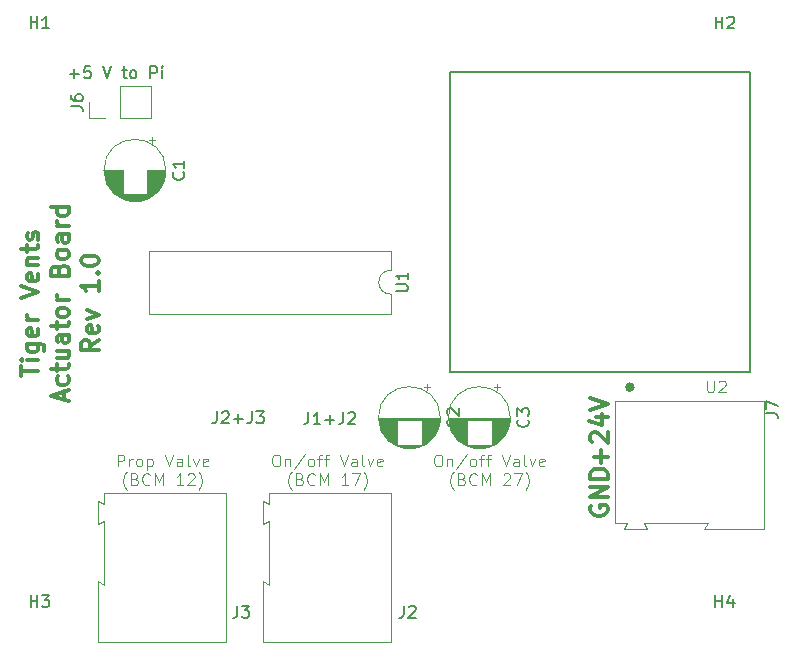
<source format=gto>
G04 #@! TF.GenerationSoftware,KiCad,Pcbnew,(5.1.6)-1*
G04 #@! TF.CreationDate,2020-08-19T12:55:17-04:00*
G04 #@! TF.ProjectId,actuators-rev2,61637475-6174-46f7-9273-2d726576322e,rev?*
G04 #@! TF.SameCoordinates,Original*
G04 #@! TF.FileFunction,Legend,Top*
G04 #@! TF.FilePolarity,Positive*
%FSLAX46Y46*%
G04 Gerber Fmt 4.6, Leading zero omitted, Abs format (unit mm)*
G04 Created by KiCad (PCBNEW (5.1.6)-1) date 2020-08-19 12:55:17*
%MOMM*%
%LPD*%
G01*
G04 APERTURE LIST*
%ADD10C,0.200000*%
%ADD11C,0.090000*%
%ADD12C,0.300000*%
%ADD13C,0.120000*%
%ADD14C,0.400000*%
%ADD15C,0.127000*%
%ADD16C,0.150000*%
%ADD17C,0.015000*%
G04 APERTURE END LIST*
D10*
X104870476Y-97369380D02*
X104870476Y-98083666D01*
X104822857Y-98226523D01*
X104727619Y-98321761D01*
X104584761Y-98369380D01*
X104489523Y-98369380D01*
X105870476Y-98369380D02*
X105299047Y-98369380D01*
X105584761Y-98369380D02*
X105584761Y-97369380D01*
X105489523Y-97512238D01*
X105394285Y-97607476D01*
X105299047Y-97655095D01*
X106299047Y-97988428D02*
X107060952Y-97988428D01*
X106680000Y-98369380D02*
X106680000Y-97607476D01*
X107822857Y-97369380D02*
X107822857Y-98083666D01*
X107775238Y-98226523D01*
X107680000Y-98321761D01*
X107537142Y-98369380D01*
X107441904Y-98369380D01*
X108251428Y-97464619D02*
X108299047Y-97417000D01*
X108394285Y-97369380D01*
X108632380Y-97369380D01*
X108727619Y-97417000D01*
X108775238Y-97464619D01*
X108822857Y-97559857D01*
X108822857Y-97655095D01*
X108775238Y-97797952D01*
X108203809Y-98369380D01*
X108822857Y-98369380D01*
X97123476Y-97305880D02*
X97123476Y-98020166D01*
X97075857Y-98163023D01*
X96980619Y-98258261D01*
X96837761Y-98305880D01*
X96742523Y-98305880D01*
X97552047Y-97401119D02*
X97599666Y-97353500D01*
X97694904Y-97305880D01*
X97933000Y-97305880D01*
X98028238Y-97353500D01*
X98075857Y-97401119D01*
X98123476Y-97496357D01*
X98123476Y-97591595D01*
X98075857Y-97734452D01*
X97504428Y-98305880D01*
X98123476Y-98305880D01*
X98552047Y-97924928D02*
X99313952Y-97924928D01*
X98933000Y-98305880D02*
X98933000Y-97543976D01*
X100075857Y-97305880D02*
X100075857Y-98020166D01*
X100028238Y-98163023D01*
X99933000Y-98258261D01*
X99790142Y-98305880D01*
X99694904Y-98305880D01*
X100456809Y-97305880D02*
X101075857Y-97305880D01*
X100742523Y-97686833D01*
X100885380Y-97686833D01*
X100980619Y-97734452D01*
X101028238Y-97782071D01*
X101075857Y-97877309D01*
X101075857Y-98115404D01*
X101028238Y-98210642D01*
X100980619Y-98258261D01*
X100885380Y-98305880D01*
X100599666Y-98305880D01*
X100504428Y-98258261D01*
X100456809Y-98210642D01*
X84677738Y-68714928D02*
X85439642Y-68714928D01*
X85058690Y-69095880D02*
X85058690Y-68333976D01*
X86392023Y-68095880D02*
X85915833Y-68095880D01*
X85868214Y-68572071D01*
X85915833Y-68524452D01*
X86011071Y-68476833D01*
X86249166Y-68476833D01*
X86344404Y-68524452D01*
X86392023Y-68572071D01*
X86439642Y-68667309D01*
X86439642Y-68905404D01*
X86392023Y-69000642D01*
X86344404Y-69048261D01*
X86249166Y-69095880D01*
X86011071Y-69095880D01*
X85915833Y-69048261D01*
X85868214Y-69000642D01*
X87487261Y-68095880D02*
X87820595Y-69095880D01*
X88153928Y-68095880D01*
X89106309Y-68429214D02*
X89487261Y-68429214D01*
X89249166Y-68095880D02*
X89249166Y-68953023D01*
X89296785Y-69048261D01*
X89392023Y-69095880D01*
X89487261Y-69095880D01*
X89963452Y-69095880D02*
X89868214Y-69048261D01*
X89820595Y-69000642D01*
X89772976Y-68905404D01*
X89772976Y-68619690D01*
X89820595Y-68524452D01*
X89868214Y-68476833D01*
X89963452Y-68429214D01*
X90106309Y-68429214D01*
X90201547Y-68476833D01*
X90249166Y-68524452D01*
X90296785Y-68619690D01*
X90296785Y-68905404D01*
X90249166Y-69000642D01*
X90201547Y-69048261D01*
X90106309Y-69095880D01*
X89963452Y-69095880D01*
X91487261Y-69095880D02*
X91487261Y-68095880D01*
X91868214Y-68095880D01*
X91963452Y-68143500D01*
X92011071Y-68191119D01*
X92058690Y-68286357D01*
X92058690Y-68429214D01*
X92011071Y-68524452D01*
X91963452Y-68572071D01*
X91868214Y-68619690D01*
X91487261Y-68619690D01*
X92487261Y-69095880D02*
X92487261Y-68429214D01*
X92487261Y-68095880D02*
X92439642Y-68143500D01*
X92487261Y-68191119D01*
X92534880Y-68143500D01*
X92487261Y-68095880D01*
X92487261Y-68191119D01*
D11*
X115776928Y-100955880D02*
X115967404Y-100955880D01*
X116062642Y-101003500D01*
X116157880Y-101098738D01*
X116205500Y-101289214D01*
X116205500Y-101622547D01*
X116157880Y-101813023D01*
X116062642Y-101908261D01*
X115967404Y-101955880D01*
X115776928Y-101955880D01*
X115681690Y-101908261D01*
X115586452Y-101813023D01*
X115538833Y-101622547D01*
X115538833Y-101289214D01*
X115586452Y-101098738D01*
X115681690Y-101003500D01*
X115776928Y-100955880D01*
X116634071Y-101289214D02*
X116634071Y-101955880D01*
X116634071Y-101384452D02*
X116681690Y-101336833D01*
X116776928Y-101289214D01*
X116919785Y-101289214D01*
X117015023Y-101336833D01*
X117062642Y-101432071D01*
X117062642Y-101955880D01*
X118253119Y-100908261D02*
X117395976Y-102193976D01*
X118729309Y-101955880D02*
X118634071Y-101908261D01*
X118586452Y-101860642D01*
X118538833Y-101765404D01*
X118538833Y-101479690D01*
X118586452Y-101384452D01*
X118634071Y-101336833D01*
X118729309Y-101289214D01*
X118872166Y-101289214D01*
X118967404Y-101336833D01*
X119015023Y-101384452D01*
X119062642Y-101479690D01*
X119062642Y-101765404D01*
X119015023Y-101860642D01*
X118967404Y-101908261D01*
X118872166Y-101955880D01*
X118729309Y-101955880D01*
X119348357Y-101289214D02*
X119729309Y-101289214D01*
X119491214Y-101955880D02*
X119491214Y-101098738D01*
X119538833Y-101003500D01*
X119634071Y-100955880D01*
X119729309Y-100955880D01*
X119919785Y-101289214D02*
X120300738Y-101289214D01*
X120062642Y-101955880D02*
X120062642Y-101098738D01*
X120110261Y-101003500D01*
X120205500Y-100955880D01*
X120300738Y-100955880D01*
X121253119Y-100955880D02*
X121586452Y-101955880D01*
X121919785Y-100955880D01*
X122681690Y-101955880D02*
X122681690Y-101432071D01*
X122634071Y-101336833D01*
X122538833Y-101289214D01*
X122348357Y-101289214D01*
X122253119Y-101336833D01*
X122681690Y-101908261D02*
X122586452Y-101955880D01*
X122348357Y-101955880D01*
X122253119Y-101908261D01*
X122205500Y-101813023D01*
X122205500Y-101717785D01*
X122253119Y-101622547D01*
X122348357Y-101574928D01*
X122586452Y-101574928D01*
X122681690Y-101527309D01*
X123300738Y-101955880D02*
X123205500Y-101908261D01*
X123157880Y-101813023D01*
X123157880Y-100955880D01*
X123586452Y-101289214D02*
X123824547Y-101955880D01*
X124062642Y-101289214D01*
X124824547Y-101908261D02*
X124729309Y-101955880D01*
X124538833Y-101955880D01*
X124443595Y-101908261D01*
X124395976Y-101813023D01*
X124395976Y-101432071D01*
X124443595Y-101336833D01*
X124538833Y-101289214D01*
X124729309Y-101289214D01*
X124824547Y-101336833D01*
X124872166Y-101432071D01*
X124872166Y-101527309D01*
X124395976Y-101622547D01*
X117157880Y-103926833D02*
X117110261Y-103879214D01*
X117015023Y-103736357D01*
X116967404Y-103641119D01*
X116919785Y-103498261D01*
X116872166Y-103260166D01*
X116872166Y-103069690D01*
X116919785Y-102831595D01*
X116967404Y-102688738D01*
X117015023Y-102593500D01*
X117110261Y-102450642D01*
X117157880Y-102403023D01*
X117872166Y-103022071D02*
X118015023Y-103069690D01*
X118062642Y-103117309D01*
X118110261Y-103212547D01*
X118110261Y-103355404D01*
X118062642Y-103450642D01*
X118015023Y-103498261D01*
X117919785Y-103545880D01*
X117538833Y-103545880D01*
X117538833Y-102545880D01*
X117872166Y-102545880D01*
X117967404Y-102593500D01*
X118015023Y-102641119D01*
X118062642Y-102736357D01*
X118062642Y-102831595D01*
X118015023Y-102926833D01*
X117967404Y-102974452D01*
X117872166Y-103022071D01*
X117538833Y-103022071D01*
X119110261Y-103450642D02*
X119062642Y-103498261D01*
X118919785Y-103545880D01*
X118824547Y-103545880D01*
X118681690Y-103498261D01*
X118586452Y-103403023D01*
X118538833Y-103307785D01*
X118491214Y-103117309D01*
X118491214Y-102974452D01*
X118538833Y-102783976D01*
X118586452Y-102688738D01*
X118681690Y-102593500D01*
X118824547Y-102545880D01*
X118919785Y-102545880D01*
X119062642Y-102593500D01*
X119110261Y-102641119D01*
X119538833Y-103545880D02*
X119538833Y-102545880D01*
X119872166Y-103260166D01*
X120205500Y-102545880D01*
X120205500Y-103545880D01*
X121395976Y-102641119D02*
X121443595Y-102593500D01*
X121538833Y-102545880D01*
X121776928Y-102545880D01*
X121872166Y-102593500D01*
X121919785Y-102641119D01*
X121967404Y-102736357D01*
X121967404Y-102831595D01*
X121919785Y-102974452D01*
X121348357Y-103545880D01*
X121967404Y-103545880D01*
X122300738Y-102545880D02*
X122967404Y-102545880D01*
X122538833Y-103545880D01*
X123253119Y-103926833D02*
X123300738Y-103879214D01*
X123395976Y-103736357D01*
X123443595Y-103641119D01*
X123491214Y-103498261D01*
X123538833Y-103260166D01*
X123538833Y-103069690D01*
X123491214Y-102831595D01*
X123443595Y-102688738D01*
X123395976Y-102593500D01*
X123300738Y-102450642D01*
X123253119Y-102403023D01*
X102060928Y-100955880D02*
X102251404Y-100955880D01*
X102346642Y-101003500D01*
X102441880Y-101098738D01*
X102489500Y-101289214D01*
X102489500Y-101622547D01*
X102441880Y-101813023D01*
X102346642Y-101908261D01*
X102251404Y-101955880D01*
X102060928Y-101955880D01*
X101965690Y-101908261D01*
X101870452Y-101813023D01*
X101822833Y-101622547D01*
X101822833Y-101289214D01*
X101870452Y-101098738D01*
X101965690Y-101003500D01*
X102060928Y-100955880D01*
X102918071Y-101289214D02*
X102918071Y-101955880D01*
X102918071Y-101384452D02*
X102965690Y-101336833D01*
X103060928Y-101289214D01*
X103203785Y-101289214D01*
X103299023Y-101336833D01*
X103346642Y-101432071D01*
X103346642Y-101955880D01*
X104537119Y-100908261D02*
X103679976Y-102193976D01*
X105013309Y-101955880D02*
X104918071Y-101908261D01*
X104870452Y-101860642D01*
X104822833Y-101765404D01*
X104822833Y-101479690D01*
X104870452Y-101384452D01*
X104918071Y-101336833D01*
X105013309Y-101289214D01*
X105156166Y-101289214D01*
X105251404Y-101336833D01*
X105299023Y-101384452D01*
X105346642Y-101479690D01*
X105346642Y-101765404D01*
X105299023Y-101860642D01*
X105251404Y-101908261D01*
X105156166Y-101955880D01*
X105013309Y-101955880D01*
X105632357Y-101289214D02*
X106013309Y-101289214D01*
X105775214Y-101955880D02*
X105775214Y-101098738D01*
X105822833Y-101003500D01*
X105918071Y-100955880D01*
X106013309Y-100955880D01*
X106203785Y-101289214D02*
X106584738Y-101289214D01*
X106346642Y-101955880D02*
X106346642Y-101098738D01*
X106394261Y-101003500D01*
X106489500Y-100955880D01*
X106584738Y-100955880D01*
X107537119Y-100955880D02*
X107870452Y-101955880D01*
X108203785Y-100955880D01*
X108965690Y-101955880D02*
X108965690Y-101432071D01*
X108918071Y-101336833D01*
X108822833Y-101289214D01*
X108632357Y-101289214D01*
X108537119Y-101336833D01*
X108965690Y-101908261D02*
X108870452Y-101955880D01*
X108632357Y-101955880D01*
X108537119Y-101908261D01*
X108489500Y-101813023D01*
X108489500Y-101717785D01*
X108537119Y-101622547D01*
X108632357Y-101574928D01*
X108870452Y-101574928D01*
X108965690Y-101527309D01*
X109584738Y-101955880D02*
X109489500Y-101908261D01*
X109441880Y-101813023D01*
X109441880Y-100955880D01*
X109870452Y-101289214D02*
X110108547Y-101955880D01*
X110346642Y-101289214D01*
X111108547Y-101908261D02*
X111013309Y-101955880D01*
X110822833Y-101955880D01*
X110727595Y-101908261D01*
X110679976Y-101813023D01*
X110679976Y-101432071D01*
X110727595Y-101336833D01*
X110822833Y-101289214D01*
X111013309Y-101289214D01*
X111108547Y-101336833D01*
X111156166Y-101432071D01*
X111156166Y-101527309D01*
X110679976Y-101622547D01*
X103441880Y-103926833D02*
X103394261Y-103879214D01*
X103299023Y-103736357D01*
X103251404Y-103641119D01*
X103203785Y-103498261D01*
X103156166Y-103260166D01*
X103156166Y-103069690D01*
X103203785Y-102831595D01*
X103251404Y-102688738D01*
X103299023Y-102593500D01*
X103394261Y-102450642D01*
X103441880Y-102403023D01*
X104156166Y-103022071D02*
X104299023Y-103069690D01*
X104346642Y-103117309D01*
X104394261Y-103212547D01*
X104394261Y-103355404D01*
X104346642Y-103450642D01*
X104299023Y-103498261D01*
X104203785Y-103545880D01*
X103822833Y-103545880D01*
X103822833Y-102545880D01*
X104156166Y-102545880D01*
X104251404Y-102593500D01*
X104299023Y-102641119D01*
X104346642Y-102736357D01*
X104346642Y-102831595D01*
X104299023Y-102926833D01*
X104251404Y-102974452D01*
X104156166Y-103022071D01*
X103822833Y-103022071D01*
X105394261Y-103450642D02*
X105346642Y-103498261D01*
X105203785Y-103545880D01*
X105108547Y-103545880D01*
X104965690Y-103498261D01*
X104870452Y-103403023D01*
X104822833Y-103307785D01*
X104775214Y-103117309D01*
X104775214Y-102974452D01*
X104822833Y-102783976D01*
X104870452Y-102688738D01*
X104965690Y-102593500D01*
X105108547Y-102545880D01*
X105203785Y-102545880D01*
X105346642Y-102593500D01*
X105394261Y-102641119D01*
X105822833Y-103545880D02*
X105822833Y-102545880D01*
X106156166Y-103260166D01*
X106489500Y-102545880D01*
X106489500Y-103545880D01*
X108251404Y-103545880D02*
X107679976Y-103545880D01*
X107965690Y-103545880D02*
X107965690Y-102545880D01*
X107870452Y-102688738D01*
X107775214Y-102783976D01*
X107679976Y-102831595D01*
X108584738Y-102545880D02*
X109251404Y-102545880D01*
X108822833Y-103545880D01*
X109537119Y-103926833D02*
X109584738Y-103879214D01*
X109679976Y-103736357D01*
X109727595Y-103641119D01*
X109775214Y-103498261D01*
X109822833Y-103260166D01*
X109822833Y-103069690D01*
X109775214Y-102831595D01*
X109727595Y-102688738D01*
X109679976Y-102593500D01*
X109584738Y-102450642D01*
X109537119Y-102403023D01*
X88709976Y-101955880D02*
X88709976Y-100955880D01*
X89090928Y-100955880D01*
X89186166Y-101003500D01*
X89233785Y-101051119D01*
X89281404Y-101146357D01*
X89281404Y-101289214D01*
X89233785Y-101384452D01*
X89186166Y-101432071D01*
X89090928Y-101479690D01*
X88709976Y-101479690D01*
X89709976Y-101955880D02*
X89709976Y-101289214D01*
X89709976Y-101479690D02*
X89757595Y-101384452D01*
X89805214Y-101336833D01*
X89900452Y-101289214D01*
X89995690Y-101289214D01*
X90471880Y-101955880D02*
X90376642Y-101908261D01*
X90329023Y-101860642D01*
X90281404Y-101765404D01*
X90281404Y-101479690D01*
X90329023Y-101384452D01*
X90376642Y-101336833D01*
X90471880Y-101289214D01*
X90614738Y-101289214D01*
X90709976Y-101336833D01*
X90757595Y-101384452D01*
X90805214Y-101479690D01*
X90805214Y-101765404D01*
X90757595Y-101860642D01*
X90709976Y-101908261D01*
X90614738Y-101955880D01*
X90471880Y-101955880D01*
X91233785Y-101289214D02*
X91233785Y-102289214D01*
X91233785Y-101336833D02*
X91329023Y-101289214D01*
X91519500Y-101289214D01*
X91614738Y-101336833D01*
X91662357Y-101384452D01*
X91709976Y-101479690D01*
X91709976Y-101765404D01*
X91662357Y-101860642D01*
X91614738Y-101908261D01*
X91519500Y-101955880D01*
X91329023Y-101955880D01*
X91233785Y-101908261D01*
X92757595Y-100955880D02*
X93090928Y-101955880D01*
X93424261Y-100955880D01*
X94186166Y-101955880D02*
X94186166Y-101432071D01*
X94138547Y-101336833D01*
X94043309Y-101289214D01*
X93852833Y-101289214D01*
X93757595Y-101336833D01*
X94186166Y-101908261D02*
X94090928Y-101955880D01*
X93852833Y-101955880D01*
X93757595Y-101908261D01*
X93709976Y-101813023D01*
X93709976Y-101717785D01*
X93757595Y-101622547D01*
X93852833Y-101574928D01*
X94090928Y-101574928D01*
X94186166Y-101527309D01*
X94805214Y-101955880D02*
X94709976Y-101908261D01*
X94662357Y-101813023D01*
X94662357Y-100955880D01*
X95090928Y-101289214D02*
X95329023Y-101955880D01*
X95567119Y-101289214D01*
X96329023Y-101908261D02*
X96233785Y-101955880D01*
X96043309Y-101955880D01*
X95948071Y-101908261D01*
X95900452Y-101813023D01*
X95900452Y-101432071D01*
X95948071Y-101336833D01*
X96043309Y-101289214D01*
X96233785Y-101289214D01*
X96329023Y-101336833D01*
X96376642Y-101432071D01*
X96376642Y-101527309D01*
X95900452Y-101622547D01*
X89471880Y-103926833D02*
X89424261Y-103879214D01*
X89329023Y-103736357D01*
X89281404Y-103641119D01*
X89233785Y-103498261D01*
X89186166Y-103260166D01*
X89186166Y-103069690D01*
X89233785Y-102831595D01*
X89281404Y-102688738D01*
X89329023Y-102593500D01*
X89424261Y-102450642D01*
X89471880Y-102403023D01*
X90186166Y-103022071D02*
X90329023Y-103069690D01*
X90376642Y-103117309D01*
X90424261Y-103212547D01*
X90424261Y-103355404D01*
X90376642Y-103450642D01*
X90329023Y-103498261D01*
X90233785Y-103545880D01*
X89852833Y-103545880D01*
X89852833Y-102545880D01*
X90186166Y-102545880D01*
X90281404Y-102593500D01*
X90329023Y-102641119D01*
X90376642Y-102736357D01*
X90376642Y-102831595D01*
X90329023Y-102926833D01*
X90281404Y-102974452D01*
X90186166Y-103022071D01*
X89852833Y-103022071D01*
X91424261Y-103450642D02*
X91376642Y-103498261D01*
X91233785Y-103545880D01*
X91138547Y-103545880D01*
X90995690Y-103498261D01*
X90900452Y-103403023D01*
X90852833Y-103307785D01*
X90805214Y-103117309D01*
X90805214Y-102974452D01*
X90852833Y-102783976D01*
X90900452Y-102688738D01*
X90995690Y-102593500D01*
X91138547Y-102545880D01*
X91233785Y-102545880D01*
X91376642Y-102593500D01*
X91424261Y-102641119D01*
X91852833Y-103545880D02*
X91852833Y-102545880D01*
X92186166Y-103260166D01*
X92519500Y-102545880D01*
X92519500Y-103545880D01*
X94281404Y-103545880D02*
X93709976Y-103545880D01*
X93995690Y-103545880D02*
X93995690Y-102545880D01*
X93900452Y-102688738D01*
X93805214Y-102783976D01*
X93709976Y-102831595D01*
X94662357Y-102641119D02*
X94709976Y-102593500D01*
X94805214Y-102545880D01*
X95043309Y-102545880D01*
X95138547Y-102593500D01*
X95186166Y-102641119D01*
X95233785Y-102736357D01*
X95233785Y-102831595D01*
X95186166Y-102974452D01*
X94614738Y-103545880D01*
X95233785Y-103545880D01*
X95567119Y-103926833D02*
X95614738Y-103879214D01*
X95709976Y-103736357D01*
X95757595Y-103641119D01*
X95805214Y-103498261D01*
X95852833Y-103260166D01*
X95852833Y-103069690D01*
X95805214Y-102831595D01*
X95757595Y-102688738D01*
X95709976Y-102593500D01*
X95614738Y-102450642D01*
X95567119Y-102403023D01*
D12*
X80512071Y-94280857D02*
X80512071Y-93423714D01*
X82012071Y-93852285D02*
X80512071Y-93852285D01*
X82012071Y-92923714D02*
X81012071Y-92923714D01*
X80512071Y-92923714D02*
X80583500Y-92995142D01*
X80654928Y-92923714D01*
X80583500Y-92852285D01*
X80512071Y-92923714D01*
X80654928Y-92923714D01*
X81012071Y-91566571D02*
X82226357Y-91566571D01*
X82369214Y-91638000D01*
X82440642Y-91709428D01*
X82512071Y-91852285D01*
X82512071Y-92066571D01*
X82440642Y-92209428D01*
X81940642Y-91566571D02*
X82012071Y-91709428D01*
X82012071Y-91995142D01*
X81940642Y-92138000D01*
X81869214Y-92209428D01*
X81726357Y-92280857D01*
X81297785Y-92280857D01*
X81154928Y-92209428D01*
X81083500Y-92138000D01*
X81012071Y-91995142D01*
X81012071Y-91709428D01*
X81083500Y-91566571D01*
X81940642Y-90280857D02*
X82012071Y-90423714D01*
X82012071Y-90709428D01*
X81940642Y-90852285D01*
X81797785Y-90923714D01*
X81226357Y-90923714D01*
X81083500Y-90852285D01*
X81012071Y-90709428D01*
X81012071Y-90423714D01*
X81083500Y-90280857D01*
X81226357Y-90209428D01*
X81369214Y-90209428D01*
X81512071Y-90923714D01*
X82012071Y-89566571D02*
X81012071Y-89566571D01*
X81297785Y-89566571D02*
X81154928Y-89495142D01*
X81083500Y-89423714D01*
X81012071Y-89280857D01*
X81012071Y-89138000D01*
X80512071Y-87709428D02*
X82012071Y-87209428D01*
X80512071Y-86709428D01*
X81940642Y-85638000D02*
X82012071Y-85780857D01*
X82012071Y-86066571D01*
X81940642Y-86209428D01*
X81797785Y-86280857D01*
X81226357Y-86280857D01*
X81083500Y-86209428D01*
X81012071Y-86066571D01*
X81012071Y-85780857D01*
X81083500Y-85638000D01*
X81226357Y-85566571D01*
X81369214Y-85566571D01*
X81512071Y-86280857D01*
X81012071Y-84923714D02*
X82012071Y-84923714D01*
X81154928Y-84923714D02*
X81083500Y-84852285D01*
X81012071Y-84709428D01*
X81012071Y-84495142D01*
X81083500Y-84352285D01*
X81226357Y-84280857D01*
X82012071Y-84280857D01*
X81012071Y-83780857D02*
X81012071Y-83209428D01*
X80512071Y-83566571D02*
X81797785Y-83566571D01*
X81940642Y-83495142D01*
X82012071Y-83352285D01*
X82012071Y-83209428D01*
X81940642Y-82780857D02*
X82012071Y-82638000D01*
X82012071Y-82352285D01*
X81940642Y-82209428D01*
X81797785Y-82138000D01*
X81726357Y-82138000D01*
X81583500Y-82209428D01*
X81512071Y-82352285D01*
X81512071Y-82566571D01*
X81440642Y-82709428D01*
X81297785Y-82780857D01*
X81226357Y-82780857D01*
X81083500Y-82709428D01*
X81012071Y-82566571D01*
X81012071Y-82352285D01*
X81083500Y-82209428D01*
X84133500Y-96316571D02*
X84133500Y-95602285D01*
X84562071Y-96459428D02*
X83062071Y-95959428D01*
X84562071Y-95459428D01*
X84490642Y-94316571D02*
X84562071Y-94459428D01*
X84562071Y-94745142D01*
X84490642Y-94888000D01*
X84419214Y-94959428D01*
X84276357Y-95030857D01*
X83847785Y-95030857D01*
X83704928Y-94959428D01*
X83633500Y-94888000D01*
X83562071Y-94745142D01*
X83562071Y-94459428D01*
X83633500Y-94316571D01*
X83562071Y-93888000D02*
X83562071Y-93316571D01*
X83062071Y-93673714D02*
X84347785Y-93673714D01*
X84490642Y-93602285D01*
X84562071Y-93459428D01*
X84562071Y-93316571D01*
X83562071Y-92173714D02*
X84562071Y-92173714D01*
X83562071Y-92816571D02*
X84347785Y-92816571D01*
X84490642Y-92745142D01*
X84562071Y-92602285D01*
X84562071Y-92388000D01*
X84490642Y-92245142D01*
X84419214Y-92173714D01*
X84562071Y-90816571D02*
X83776357Y-90816571D01*
X83633500Y-90888000D01*
X83562071Y-91030857D01*
X83562071Y-91316571D01*
X83633500Y-91459428D01*
X84490642Y-90816571D02*
X84562071Y-90959428D01*
X84562071Y-91316571D01*
X84490642Y-91459428D01*
X84347785Y-91530857D01*
X84204928Y-91530857D01*
X84062071Y-91459428D01*
X83990642Y-91316571D01*
X83990642Y-90959428D01*
X83919214Y-90816571D01*
X83562071Y-90316571D02*
X83562071Y-89745142D01*
X83062071Y-90102285D02*
X84347785Y-90102285D01*
X84490642Y-90030857D01*
X84562071Y-89888000D01*
X84562071Y-89745142D01*
X84562071Y-89030857D02*
X84490642Y-89173714D01*
X84419214Y-89245142D01*
X84276357Y-89316571D01*
X83847785Y-89316571D01*
X83704928Y-89245142D01*
X83633500Y-89173714D01*
X83562071Y-89030857D01*
X83562071Y-88816571D01*
X83633500Y-88673714D01*
X83704928Y-88602285D01*
X83847785Y-88530857D01*
X84276357Y-88530857D01*
X84419214Y-88602285D01*
X84490642Y-88673714D01*
X84562071Y-88816571D01*
X84562071Y-89030857D01*
X84562071Y-87888000D02*
X83562071Y-87888000D01*
X83847785Y-87888000D02*
X83704928Y-87816571D01*
X83633500Y-87745142D01*
X83562071Y-87602285D01*
X83562071Y-87459428D01*
X83776357Y-85316571D02*
X83847785Y-85102285D01*
X83919214Y-85030857D01*
X84062071Y-84959428D01*
X84276357Y-84959428D01*
X84419214Y-85030857D01*
X84490642Y-85102285D01*
X84562071Y-85245142D01*
X84562071Y-85816571D01*
X83062071Y-85816571D01*
X83062071Y-85316571D01*
X83133500Y-85173714D01*
X83204928Y-85102285D01*
X83347785Y-85030857D01*
X83490642Y-85030857D01*
X83633500Y-85102285D01*
X83704928Y-85173714D01*
X83776357Y-85316571D01*
X83776357Y-85816571D01*
X84562071Y-84102285D02*
X84490642Y-84245142D01*
X84419214Y-84316571D01*
X84276357Y-84388000D01*
X83847785Y-84388000D01*
X83704928Y-84316571D01*
X83633500Y-84245142D01*
X83562071Y-84102285D01*
X83562071Y-83888000D01*
X83633500Y-83745142D01*
X83704928Y-83673714D01*
X83847785Y-83602285D01*
X84276357Y-83602285D01*
X84419214Y-83673714D01*
X84490642Y-83745142D01*
X84562071Y-83888000D01*
X84562071Y-84102285D01*
X84562071Y-82316571D02*
X83776357Y-82316571D01*
X83633500Y-82388000D01*
X83562071Y-82530857D01*
X83562071Y-82816571D01*
X83633500Y-82959428D01*
X84490642Y-82316571D02*
X84562071Y-82459428D01*
X84562071Y-82816571D01*
X84490642Y-82959428D01*
X84347785Y-83030857D01*
X84204928Y-83030857D01*
X84062071Y-82959428D01*
X83990642Y-82816571D01*
X83990642Y-82459428D01*
X83919214Y-82316571D01*
X84562071Y-81602285D02*
X83562071Y-81602285D01*
X83847785Y-81602285D02*
X83704928Y-81530857D01*
X83633500Y-81459428D01*
X83562071Y-81316571D01*
X83562071Y-81173714D01*
X84562071Y-80030857D02*
X83062071Y-80030857D01*
X84490642Y-80030857D02*
X84562071Y-80173714D01*
X84562071Y-80459428D01*
X84490642Y-80602285D01*
X84419214Y-80673714D01*
X84276357Y-80745142D01*
X83847785Y-80745142D01*
X83704928Y-80673714D01*
X83633500Y-80602285D01*
X83562071Y-80459428D01*
X83562071Y-80173714D01*
X83633500Y-80030857D01*
X87112071Y-91245142D02*
X86397785Y-91745142D01*
X87112071Y-92102285D02*
X85612071Y-92102285D01*
X85612071Y-91530857D01*
X85683500Y-91388000D01*
X85754928Y-91316571D01*
X85897785Y-91245142D01*
X86112071Y-91245142D01*
X86254928Y-91316571D01*
X86326357Y-91388000D01*
X86397785Y-91530857D01*
X86397785Y-92102285D01*
X87040642Y-90030857D02*
X87112071Y-90173714D01*
X87112071Y-90459428D01*
X87040642Y-90602285D01*
X86897785Y-90673714D01*
X86326357Y-90673714D01*
X86183500Y-90602285D01*
X86112071Y-90459428D01*
X86112071Y-90173714D01*
X86183500Y-90030857D01*
X86326357Y-89959428D01*
X86469214Y-89959428D01*
X86612071Y-90673714D01*
X86112071Y-89459428D02*
X87112071Y-89102285D01*
X86112071Y-88745142D01*
X87112071Y-86245142D02*
X87112071Y-87102285D01*
X87112071Y-86673714D02*
X85612071Y-86673714D01*
X85826357Y-86816571D01*
X85969214Y-86959428D01*
X86040642Y-87102285D01*
X86969214Y-85602285D02*
X87040642Y-85530857D01*
X87112071Y-85602285D01*
X87040642Y-85673714D01*
X86969214Y-85602285D01*
X87112071Y-85602285D01*
X85612071Y-84602285D02*
X85612071Y-84459428D01*
X85683500Y-84316571D01*
X85754928Y-84245142D01*
X85897785Y-84173714D01*
X86183500Y-84102285D01*
X86540642Y-84102285D01*
X86826357Y-84173714D01*
X86969214Y-84245142D01*
X87040642Y-84316571D01*
X87112071Y-84459428D01*
X87112071Y-84602285D01*
X87040642Y-84745142D01*
X86969214Y-84816571D01*
X86826357Y-84888000D01*
X86540642Y-84959428D01*
X86183500Y-84959428D01*
X85897785Y-84888000D01*
X85754928Y-84816571D01*
X85683500Y-84745142D01*
X85612071Y-84602285D01*
X128790000Y-105282857D02*
X128718571Y-105425714D01*
X128718571Y-105640000D01*
X128790000Y-105854285D01*
X128932857Y-105997142D01*
X129075714Y-106068571D01*
X129361428Y-106140000D01*
X129575714Y-106140000D01*
X129861428Y-106068571D01*
X130004285Y-105997142D01*
X130147142Y-105854285D01*
X130218571Y-105640000D01*
X130218571Y-105497142D01*
X130147142Y-105282857D01*
X130075714Y-105211428D01*
X129575714Y-105211428D01*
X129575714Y-105497142D01*
X130218571Y-104568571D02*
X128718571Y-104568571D01*
X130218571Y-103711428D01*
X128718571Y-103711428D01*
X130218571Y-102997142D02*
X128718571Y-102997142D01*
X128718571Y-102640000D01*
X128790000Y-102425714D01*
X128932857Y-102282857D01*
X129075714Y-102211428D01*
X129361428Y-102140000D01*
X129575714Y-102140000D01*
X129861428Y-102211428D01*
X130004285Y-102282857D01*
X130147142Y-102425714D01*
X130218571Y-102640000D01*
X130218571Y-102997142D01*
X129647142Y-101702857D02*
X129647142Y-100560000D01*
X130218571Y-101131428D02*
X129075714Y-101131428D01*
X128861428Y-99917142D02*
X128790000Y-99845714D01*
X128718571Y-99702857D01*
X128718571Y-99345714D01*
X128790000Y-99202857D01*
X128861428Y-99131428D01*
X129004285Y-99060000D01*
X129147142Y-99060000D01*
X129361428Y-99131428D01*
X130218571Y-99988571D01*
X130218571Y-99060000D01*
X129218571Y-97774285D02*
X130218571Y-97774285D01*
X128647142Y-98131428D02*
X129718571Y-98488571D01*
X129718571Y-97560000D01*
X128718571Y-97202857D02*
X130218571Y-96702857D01*
X128718571Y-96202857D01*
D13*
X111820000Y-89010000D02*
X111820000Y-87360000D01*
X91380000Y-89010000D02*
X111820000Y-89010000D01*
X91380000Y-83710000D02*
X91380000Y-89010000D01*
X111820000Y-83710000D02*
X91380000Y-83710000D01*
X111820000Y-85360000D02*
X111820000Y-83710000D01*
X111820000Y-87360000D02*
G75*
G02*
X111820000Y-85360000I0J1000000D01*
G01*
X111870000Y-116790000D02*
X111870000Y-104190000D01*
X111870000Y-104190000D02*
X101520000Y-104190000D01*
X101520000Y-104190000D02*
X101520000Y-105140000D01*
X101520000Y-105140000D02*
X101020000Y-104890000D01*
X101020000Y-104890000D02*
X101020000Y-106790000D01*
X101020000Y-106790000D02*
X101020000Y-106840000D01*
X101020000Y-106840000D02*
X101520000Y-106590000D01*
X101520000Y-106590000D02*
X101520000Y-111990000D01*
X101520000Y-111990000D02*
X101020000Y-111690000D01*
X101020000Y-111690000D02*
X101020000Y-116790000D01*
X101020000Y-116790000D02*
X111870000Y-116790000D01*
X87050000Y-116790000D02*
X97900000Y-116790000D01*
X87050000Y-111690000D02*
X87050000Y-116790000D01*
X87550000Y-111990000D02*
X87050000Y-111690000D01*
X87550000Y-106590000D02*
X87550000Y-111990000D01*
X87050000Y-106840000D02*
X87550000Y-106590000D01*
X87050000Y-106790000D02*
X87050000Y-106840000D01*
X87050000Y-104890000D02*
X87050000Y-106790000D01*
X87550000Y-105140000D02*
X87050000Y-104890000D01*
X87550000Y-104190000D02*
X87550000Y-105140000D01*
X97900000Y-104190000D02*
X87550000Y-104190000D01*
X97900000Y-116790000D02*
X97900000Y-104190000D01*
D14*
X132280000Y-95250000D02*
G75*
G03*
X132280000Y-95250000I-200000J0D01*
G01*
D15*
X142240000Y-68580000D02*
X142240000Y-93980000D01*
X116840000Y-68580000D02*
X142240000Y-68580000D01*
X116840000Y-93980000D02*
X116840000Y-68580000D01*
X142240000Y-93980000D02*
X116840000Y-93980000D01*
D13*
X86300000Y-72450000D02*
X86300000Y-71120000D01*
X87630000Y-72450000D02*
X86300000Y-72450000D01*
X88900000Y-72450000D02*
X88900000Y-69790000D01*
X88900000Y-69790000D02*
X91500000Y-69790000D01*
X88900000Y-72450000D02*
X91500000Y-72450000D01*
X91500000Y-72450000D02*
X91500000Y-69790000D01*
X143460000Y-107260000D02*
X143460000Y-96410000D01*
X138360000Y-107260000D02*
X143460000Y-107260000D01*
X138660000Y-106760000D02*
X138360000Y-107260000D01*
X133260000Y-106760000D02*
X138660000Y-106760000D01*
X133510000Y-107260000D02*
X133260000Y-106760000D01*
X133460000Y-107260000D02*
X133510000Y-107260000D01*
X131560000Y-107260000D02*
X133460000Y-107260000D01*
X131810000Y-106760000D02*
X131560000Y-107260000D01*
X130860000Y-106760000D02*
X131810000Y-106760000D01*
X130860000Y-96410000D02*
X130860000Y-106760000D01*
X143460000Y-96410000D02*
X130860000Y-96410000D01*
X91895000Y-74327725D02*
X91395000Y-74327725D01*
X91645000Y-74077725D02*
X91645000Y-74577725D01*
X90454000Y-79483500D02*
X89886000Y-79483500D01*
X90688000Y-79443500D02*
X89652000Y-79443500D01*
X90847000Y-79403500D02*
X89493000Y-79403500D01*
X90975000Y-79363500D02*
X89365000Y-79363500D01*
X91085000Y-79323500D02*
X89255000Y-79323500D01*
X91181000Y-79283500D02*
X89159000Y-79283500D01*
X91268000Y-79243500D02*
X89072000Y-79243500D01*
X91348000Y-79203500D02*
X88992000Y-79203500D01*
X91421000Y-79163500D02*
X88919000Y-79163500D01*
X91489000Y-79123500D02*
X88851000Y-79123500D01*
X91553000Y-79083500D02*
X88787000Y-79083500D01*
X91613000Y-79043500D02*
X88727000Y-79043500D01*
X91670000Y-79003500D02*
X88670000Y-79003500D01*
X91724000Y-78963500D02*
X88616000Y-78963500D01*
X91775000Y-78923500D02*
X88565000Y-78923500D01*
X89130000Y-78883500D02*
X88517000Y-78883500D01*
X91823000Y-78883500D02*
X91210000Y-78883500D01*
X89130000Y-78843500D02*
X88471000Y-78843500D01*
X91869000Y-78843500D02*
X91210000Y-78843500D01*
X89130000Y-78803500D02*
X88427000Y-78803500D01*
X91913000Y-78803500D02*
X91210000Y-78803500D01*
X89130000Y-78763500D02*
X88385000Y-78763500D01*
X91955000Y-78763500D02*
X91210000Y-78763500D01*
X89130000Y-78723500D02*
X88344000Y-78723500D01*
X91996000Y-78723500D02*
X91210000Y-78723500D01*
X89130000Y-78683500D02*
X88306000Y-78683500D01*
X92034000Y-78683500D02*
X91210000Y-78683500D01*
X89130000Y-78643500D02*
X88269000Y-78643500D01*
X92071000Y-78643500D02*
X91210000Y-78643500D01*
X89130000Y-78603500D02*
X88233000Y-78603500D01*
X92107000Y-78603500D02*
X91210000Y-78603500D01*
X89130000Y-78563500D02*
X88199000Y-78563500D01*
X92141000Y-78563500D02*
X91210000Y-78563500D01*
X89130000Y-78523500D02*
X88166000Y-78523500D01*
X92174000Y-78523500D02*
X91210000Y-78523500D01*
X89130000Y-78483500D02*
X88135000Y-78483500D01*
X92205000Y-78483500D02*
X91210000Y-78483500D01*
X89130000Y-78443500D02*
X88105000Y-78443500D01*
X92235000Y-78443500D02*
X91210000Y-78443500D01*
X89130000Y-78403500D02*
X88075000Y-78403500D01*
X92265000Y-78403500D02*
X91210000Y-78403500D01*
X89130000Y-78363500D02*
X88048000Y-78363500D01*
X92292000Y-78363500D02*
X91210000Y-78363500D01*
X89130000Y-78323500D02*
X88021000Y-78323500D01*
X92319000Y-78323500D02*
X91210000Y-78323500D01*
X89130000Y-78283500D02*
X87995000Y-78283500D01*
X92345000Y-78283500D02*
X91210000Y-78283500D01*
X89130000Y-78243500D02*
X87970000Y-78243500D01*
X92370000Y-78243500D02*
X91210000Y-78243500D01*
X89130000Y-78203500D02*
X87946000Y-78203500D01*
X92394000Y-78203500D02*
X91210000Y-78203500D01*
X89130000Y-78163500D02*
X87923000Y-78163500D01*
X92417000Y-78163500D02*
X91210000Y-78163500D01*
X89130000Y-78123500D02*
X87902000Y-78123500D01*
X92438000Y-78123500D02*
X91210000Y-78123500D01*
X89130000Y-78083500D02*
X87880000Y-78083500D01*
X92460000Y-78083500D02*
X91210000Y-78083500D01*
X89130000Y-78043500D02*
X87860000Y-78043500D01*
X92480000Y-78043500D02*
X91210000Y-78043500D01*
X89130000Y-78003500D02*
X87841000Y-78003500D01*
X92499000Y-78003500D02*
X91210000Y-78003500D01*
X89130000Y-77963500D02*
X87822000Y-77963500D01*
X92518000Y-77963500D02*
X91210000Y-77963500D01*
X89130000Y-77923500D02*
X87805000Y-77923500D01*
X92535000Y-77923500D02*
X91210000Y-77923500D01*
X89130000Y-77883500D02*
X87788000Y-77883500D01*
X92552000Y-77883500D02*
X91210000Y-77883500D01*
X89130000Y-77843500D02*
X87772000Y-77843500D01*
X92568000Y-77843500D02*
X91210000Y-77843500D01*
X89130000Y-77803500D02*
X87756000Y-77803500D01*
X92584000Y-77803500D02*
X91210000Y-77803500D01*
X89130000Y-77763500D02*
X87742000Y-77763500D01*
X92598000Y-77763500D02*
X91210000Y-77763500D01*
X89130000Y-77723500D02*
X87728000Y-77723500D01*
X92612000Y-77723500D02*
X91210000Y-77723500D01*
X89130000Y-77683500D02*
X87715000Y-77683500D01*
X92625000Y-77683500D02*
X91210000Y-77683500D01*
X89130000Y-77643500D02*
X87702000Y-77643500D01*
X92638000Y-77643500D02*
X91210000Y-77643500D01*
X89130000Y-77603500D02*
X87690000Y-77603500D01*
X92650000Y-77603500D02*
X91210000Y-77603500D01*
X89130000Y-77562500D02*
X87679000Y-77562500D01*
X92661000Y-77562500D02*
X91210000Y-77562500D01*
X89130000Y-77522500D02*
X87669000Y-77522500D01*
X92671000Y-77522500D02*
X91210000Y-77522500D01*
X89130000Y-77482500D02*
X87659000Y-77482500D01*
X92681000Y-77482500D02*
X91210000Y-77482500D01*
X89130000Y-77442500D02*
X87650000Y-77442500D01*
X92690000Y-77442500D02*
X91210000Y-77442500D01*
X89130000Y-77402500D02*
X87642000Y-77402500D01*
X92698000Y-77402500D02*
X91210000Y-77402500D01*
X89130000Y-77362500D02*
X87634000Y-77362500D01*
X92706000Y-77362500D02*
X91210000Y-77362500D01*
X89130000Y-77322500D02*
X87627000Y-77322500D01*
X92713000Y-77322500D02*
X91210000Y-77322500D01*
X89130000Y-77282500D02*
X87620000Y-77282500D01*
X92720000Y-77282500D02*
X91210000Y-77282500D01*
X89130000Y-77242500D02*
X87614000Y-77242500D01*
X92726000Y-77242500D02*
X91210000Y-77242500D01*
X89130000Y-77202500D02*
X87609000Y-77202500D01*
X92731000Y-77202500D02*
X91210000Y-77202500D01*
X89130000Y-77162500D02*
X87605000Y-77162500D01*
X92735000Y-77162500D02*
X91210000Y-77162500D01*
X89130000Y-77122500D02*
X87601000Y-77122500D01*
X92739000Y-77122500D02*
X91210000Y-77122500D01*
X89130000Y-77082500D02*
X87597000Y-77082500D01*
X92743000Y-77082500D02*
X91210000Y-77082500D01*
X89130000Y-77042500D02*
X87594000Y-77042500D01*
X92746000Y-77042500D02*
X91210000Y-77042500D01*
X89130000Y-77002500D02*
X87592000Y-77002500D01*
X92748000Y-77002500D02*
X91210000Y-77002500D01*
X89130000Y-76962500D02*
X87591000Y-76962500D01*
X92749000Y-76962500D02*
X91210000Y-76962500D01*
X92750000Y-76922500D02*
X91210000Y-76922500D01*
X89130000Y-76922500D02*
X87590000Y-76922500D01*
X92750000Y-76882500D02*
X91210000Y-76882500D01*
X89130000Y-76882500D02*
X87590000Y-76882500D01*
X92790000Y-76882500D02*
G75*
G03*
X92790000Y-76882500I-2620000J0D01*
G01*
X116031000Y-97823276D02*
G75*
G03*
X116031000Y-97823276I-2620000J0D01*
G01*
X115991000Y-97823276D02*
X110831000Y-97823276D01*
X115991000Y-97863276D02*
X110831000Y-97863276D01*
X115990000Y-97903276D02*
X110832000Y-97903276D01*
X115989000Y-97943276D02*
X110833000Y-97943276D01*
X115987000Y-97983276D02*
X110835000Y-97983276D01*
X115984000Y-98023276D02*
X110838000Y-98023276D01*
X115980000Y-98063276D02*
X114451000Y-98063276D01*
X112371000Y-98063276D02*
X110842000Y-98063276D01*
X115976000Y-98103276D02*
X114451000Y-98103276D01*
X112371000Y-98103276D02*
X110846000Y-98103276D01*
X115972000Y-98143276D02*
X114451000Y-98143276D01*
X112371000Y-98143276D02*
X110850000Y-98143276D01*
X115967000Y-98183276D02*
X114451000Y-98183276D01*
X112371000Y-98183276D02*
X110855000Y-98183276D01*
X115961000Y-98223276D02*
X114451000Y-98223276D01*
X112371000Y-98223276D02*
X110861000Y-98223276D01*
X115954000Y-98263276D02*
X114451000Y-98263276D01*
X112371000Y-98263276D02*
X110868000Y-98263276D01*
X115947000Y-98303276D02*
X114451000Y-98303276D01*
X112371000Y-98303276D02*
X110875000Y-98303276D01*
X115939000Y-98343276D02*
X114451000Y-98343276D01*
X112371000Y-98343276D02*
X110883000Y-98343276D01*
X115931000Y-98383276D02*
X114451000Y-98383276D01*
X112371000Y-98383276D02*
X110891000Y-98383276D01*
X115922000Y-98423276D02*
X114451000Y-98423276D01*
X112371000Y-98423276D02*
X110900000Y-98423276D01*
X115912000Y-98463276D02*
X114451000Y-98463276D01*
X112371000Y-98463276D02*
X110910000Y-98463276D01*
X115902000Y-98503276D02*
X114451000Y-98503276D01*
X112371000Y-98503276D02*
X110920000Y-98503276D01*
X115891000Y-98544276D02*
X114451000Y-98544276D01*
X112371000Y-98544276D02*
X110931000Y-98544276D01*
X115879000Y-98584276D02*
X114451000Y-98584276D01*
X112371000Y-98584276D02*
X110943000Y-98584276D01*
X115866000Y-98624276D02*
X114451000Y-98624276D01*
X112371000Y-98624276D02*
X110956000Y-98624276D01*
X115853000Y-98664276D02*
X114451000Y-98664276D01*
X112371000Y-98664276D02*
X110969000Y-98664276D01*
X115839000Y-98704276D02*
X114451000Y-98704276D01*
X112371000Y-98704276D02*
X110983000Y-98704276D01*
X115825000Y-98744276D02*
X114451000Y-98744276D01*
X112371000Y-98744276D02*
X110997000Y-98744276D01*
X115809000Y-98784276D02*
X114451000Y-98784276D01*
X112371000Y-98784276D02*
X111013000Y-98784276D01*
X115793000Y-98824276D02*
X114451000Y-98824276D01*
X112371000Y-98824276D02*
X111029000Y-98824276D01*
X115776000Y-98864276D02*
X114451000Y-98864276D01*
X112371000Y-98864276D02*
X111046000Y-98864276D01*
X115759000Y-98904276D02*
X114451000Y-98904276D01*
X112371000Y-98904276D02*
X111063000Y-98904276D01*
X115740000Y-98944276D02*
X114451000Y-98944276D01*
X112371000Y-98944276D02*
X111082000Y-98944276D01*
X115721000Y-98984276D02*
X114451000Y-98984276D01*
X112371000Y-98984276D02*
X111101000Y-98984276D01*
X115701000Y-99024276D02*
X114451000Y-99024276D01*
X112371000Y-99024276D02*
X111121000Y-99024276D01*
X115679000Y-99064276D02*
X114451000Y-99064276D01*
X112371000Y-99064276D02*
X111143000Y-99064276D01*
X115658000Y-99104276D02*
X114451000Y-99104276D01*
X112371000Y-99104276D02*
X111164000Y-99104276D01*
X115635000Y-99144276D02*
X114451000Y-99144276D01*
X112371000Y-99144276D02*
X111187000Y-99144276D01*
X115611000Y-99184276D02*
X114451000Y-99184276D01*
X112371000Y-99184276D02*
X111211000Y-99184276D01*
X115586000Y-99224276D02*
X114451000Y-99224276D01*
X112371000Y-99224276D02*
X111236000Y-99224276D01*
X115560000Y-99264276D02*
X114451000Y-99264276D01*
X112371000Y-99264276D02*
X111262000Y-99264276D01*
X115533000Y-99304276D02*
X114451000Y-99304276D01*
X112371000Y-99304276D02*
X111289000Y-99304276D01*
X115506000Y-99344276D02*
X114451000Y-99344276D01*
X112371000Y-99344276D02*
X111316000Y-99344276D01*
X115476000Y-99384276D02*
X114451000Y-99384276D01*
X112371000Y-99384276D02*
X111346000Y-99384276D01*
X115446000Y-99424276D02*
X114451000Y-99424276D01*
X112371000Y-99424276D02*
X111376000Y-99424276D01*
X115415000Y-99464276D02*
X114451000Y-99464276D01*
X112371000Y-99464276D02*
X111407000Y-99464276D01*
X115382000Y-99504276D02*
X114451000Y-99504276D01*
X112371000Y-99504276D02*
X111440000Y-99504276D01*
X115348000Y-99544276D02*
X114451000Y-99544276D01*
X112371000Y-99544276D02*
X111474000Y-99544276D01*
X115312000Y-99584276D02*
X114451000Y-99584276D01*
X112371000Y-99584276D02*
X111510000Y-99584276D01*
X115275000Y-99624276D02*
X114451000Y-99624276D01*
X112371000Y-99624276D02*
X111547000Y-99624276D01*
X115237000Y-99664276D02*
X114451000Y-99664276D01*
X112371000Y-99664276D02*
X111585000Y-99664276D01*
X115196000Y-99704276D02*
X114451000Y-99704276D01*
X112371000Y-99704276D02*
X111626000Y-99704276D01*
X115154000Y-99744276D02*
X114451000Y-99744276D01*
X112371000Y-99744276D02*
X111668000Y-99744276D01*
X115110000Y-99784276D02*
X114451000Y-99784276D01*
X112371000Y-99784276D02*
X111712000Y-99784276D01*
X115064000Y-99824276D02*
X114451000Y-99824276D01*
X112371000Y-99824276D02*
X111758000Y-99824276D01*
X115016000Y-99864276D02*
X114451000Y-99864276D01*
X112371000Y-99864276D02*
X111806000Y-99864276D01*
X114965000Y-99904276D02*
X114451000Y-99904276D01*
X112371000Y-99904276D02*
X111857000Y-99904276D01*
X114911000Y-99944276D02*
X114451000Y-99944276D01*
X112371000Y-99944276D02*
X111911000Y-99944276D01*
X114854000Y-99984276D02*
X114451000Y-99984276D01*
X112371000Y-99984276D02*
X111968000Y-99984276D01*
X114794000Y-100024276D02*
X114451000Y-100024276D01*
X112371000Y-100024276D02*
X112028000Y-100024276D01*
X114730000Y-100064276D02*
X114451000Y-100064276D01*
X112371000Y-100064276D02*
X112092000Y-100064276D01*
X114662000Y-100104276D02*
X114451000Y-100104276D01*
X112371000Y-100104276D02*
X112160000Y-100104276D01*
X114589000Y-100144276D02*
X112233000Y-100144276D01*
X114509000Y-100184276D02*
X112313000Y-100184276D01*
X114422000Y-100224276D02*
X112400000Y-100224276D01*
X114326000Y-100264276D02*
X112496000Y-100264276D01*
X114216000Y-100304276D02*
X112606000Y-100304276D01*
X114088000Y-100344276D02*
X112734000Y-100344276D01*
X113929000Y-100384276D02*
X112893000Y-100384276D01*
X113695000Y-100424276D02*
X113127000Y-100424276D01*
X114886000Y-95018501D02*
X114886000Y-95518501D01*
X115136000Y-95268501D02*
X114636000Y-95268501D01*
X121060499Y-95268501D02*
X120560499Y-95268501D01*
X120810499Y-95018501D02*
X120810499Y-95518501D01*
X119619499Y-100424276D02*
X119051499Y-100424276D01*
X119853499Y-100384276D02*
X118817499Y-100384276D01*
X120012499Y-100344276D02*
X118658499Y-100344276D01*
X120140499Y-100304276D02*
X118530499Y-100304276D01*
X120250499Y-100264276D02*
X118420499Y-100264276D01*
X120346499Y-100224276D02*
X118324499Y-100224276D01*
X120433499Y-100184276D02*
X118237499Y-100184276D01*
X120513499Y-100144276D02*
X118157499Y-100144276D01*
X118295499Y-100104276D02*
X118084499Y-100104276D01*
X120586499Y-100104276D02*
X120375499Y-100104276D01*
X118295499Y-100064276D02*
X118016499Y-100064276D01*
X120654499Y-100064276D02*
X120375499Y-100064276D01*
X118295499Y-100024276D02*
X117952499Y-100024276D01*
X120718499Y-100024276D02*
X120375499Y-100024276D01*
X118295499Y-99984276D02*
X117892499Y-99984276D01*
X120778499Y-99984276D02*
X120375499Y-99984276D01*
X118295499Y-99944276D02*
X117835499Y-99944276D01*
X120835499Y-99944276D02*
X120375499Y-99944276D01*
X118295499Y-99904276D02*
X117781499Y-99904276D01*
X120889499Y-99904276D02*
X120375499Y-99904276D01*
X118295499Y-99864276D02*
X117730499Y-99864276D01*
X120940499Y-99864276D02*
X120375499Y-99864276D01*
X118295499Y-99824276D02*
X117682499Y-99824276D01*
X120988499Y-99824276D02*
X120375499Y-99824276D01*
X118295499Y-99784276D02*
X117636499Y-99784276D01*
X121034499Y-99784276D02*
X120375499Y-99784276D01*
X118295499Y-99744276D02*
X117592499Y-99744276D01*
X121078499Y-99744276D02*
X120375499Y-99744276D01*
X118295499Y-99704276D02*
X117550499Y-99704276D01*
X121120499Y-99704276D02*
X120375499Y-99704276D01*
X118295499Y-99664276D02*
X117509499Y-99664276D01*
X121161499Y-99664276D02*
X120375499Y-99664276D01*
X118295499Y-99624276D02*
X117471499Y-99624276D01*
X121199499Y-99624276D02*
X120375499Y-99624276D01*
X118295499Y-99584276D02*
X117434499Y-99584276D01*
X121236499Y-99584276D02*
X120375499Y-99584276D01*
X118295499Y-99544276D02*
X117398499Y-99544276D01*
X121272499Y-99544276D02*
X120375499Y-99544276D01*
X118295499Y-99504276D02*
X117364499Y-99504276D01*
X121306499Y-99504276D02*
X120375499Y-99504276D01*
X118295499Y-99464276D02*
X117331499Y-99464276D01*
X121339499Y-99464276D02*
X120375499Y-99464276D01*
X118295499Y-99424276D02*
X117300499Y-99424276D01*
X121370499Y-99424276D02*
X120375499Y-99424276D01*
X118295499Y-99384276D02*
X117270499Y-99384276D01*
X121400499Y-99384276D02*
X120375499Y-99384276D01*
X118295499Y-99344276D02*
X117240499Y-99344276D01*
X121430499Y-99344276D02*
X120375499Y-99344276D01*
X118295499Y-99304276D02*
X117213499Y-99304276D01*
X121457499Y-99304276D02*
X120375499Y-99304276D01*
X118295499Y-99264276D02*
X117186499Y-99264276D01*
X121484499Y-99264276D02*
X120375499Y-99264276D01*
X118295499Y-99224276D02*
X117160499Y-99224276D01*
X121510499Y-99224276D02*
X120375499Y-99224276D01*
X118295499Y-99184276D02*
X117135499Y-99184276D01*
X121535499Y-99184276D02*
X120375499Y-99184276D01*
X118295499Y-99144276D02*
X117111499Y-99144276D01*
X121559499Y-99144276D02*
X120375499Y-99144276D01*
X118295499Y-99104276D02*
X117088499Y-99104276D01*
X121582499Y-99104276D02*
X120375499Y-99104276D01*
X118295499Y-99064276D02*
X117067499Y-99064276D01*
X121603499Y-99064276D02*
X120375499Y-99064276D01*
X118295499Y-99024276D02*
X117045499Y-99024276D01*
X121625499Y-99024276D02*
X120375499Y-99024276D01*
X118295499Y-98984276D02*
X117025499Y-98984276D01*
X121645499Y-98984276D02*
X120375499Y-98984276D01*
X118295499Y-98944276D02*
X117006499Y-98944276D01*
X121664499Y-98944276D02*
X120375499Y-98944276D01*
X118295499Y-98904276D02*
X116987499Y-98904276D01*
X121683499Y-98904276D02*
X120375499Y-98904276D01*
X118295499Y-98864276D02*
X116970499Y-98864276D01*
X121700499Y-98864276D02*
X120375499Y-98864276D01*
X118295499Y-98824276D02*
X116953499Y-98824276D01*
X121717499Y-98824276D02*
X120375499Y-98824276D01*
X118295499Y-98784276D02*
X116937499Y-98784276D01*
X121733499Y-98784276D02*
X120375499Y-98784276D01*
X118295499Y-98744276D02*
X116921499Y-98744276D01*
X121749499Y-98744276D02*
X120375499Y-98744276D01*
X118295499Y-98704276D02*
X116907499Y-98704276D01*
X121763499Y-98704276D02*
X120375499Y-98704276D01*
X118295499Y-98664276D02*
X116893499Y-98664276D01*
X121777499Y-98664276D02*
X120375499Y-98664276D01*
X118295499Y-98624276D02*
X116880499Y-98624276D01*
X121790499Y-98624276D02*
X120375499Y-98624276D01*
X118295499Y-98584276D02*
X116867499Y-98584276D01*
X121803499Y-98584276D02*
X120375499Y-98584276D01*
X118295499Y-98544276D02*
X116855499Y-98544276D01*
X121815499Y-98544276D02*
X120375499Y-98544276D01*
X118295499Y-98503276D02*
X116844499Y-98503276D01*
X121826499Y-98503276D02*
X120375499Y-98503276D01*
X118295499Y-98463276D02*
X116834499Y-98463276D01*
X121836499Y-98463276D02*
X120375499Y-98463276D01*
X118295499Y-98423276D02*
X116824499Y-98423276D01*
X121846499Y-98423276D02*
X120375499Y-98423276D01*
X118295499Y-98383276D02*
X116815499Y-98383276D01*
X121855499Y-98383276D02*
X120375499Y-98383276D01*
X118295499Y-98343276D02*
X116807499Y-98343276D01*
X121863499Y-98343276D02*
X120375499Y-98343276D01*
X118295499Y-98303276D02*
X116799499Y-98303276D01*
X121871499Y-98303276D02*
X120375499Y-98303276D01*
X118295499Y-98263276D02*
X116792499Y-98263276D01*
X121878499Y-98263276D02*
X120375499Y-98263276D01*
X118295499Y-98223276D02*
X116785499Y-98223276D01*
X121885499Y-98223276D02*
X120375499Y-98223276D01*
X118295499Y-98183276D02*
X116779499Y-98183276D01*
X121891499Y-98183276D02*
X120375499Y-98183276D01*
X118295499Y-98143276D02*
X116774499Y-98143276D01*
X121896499Y-98143276D02*
X120375499Y-98143276D01*
X118295499Y-98103276D02*
X116770499Y-98103276D01*
X121900499Y-98103276D02*
X120375499Y-98103276D01*
X118295499Y-98063276D02*
X116766499Y-98063276D01*
X121904499Y-98063276D02*
X120375499Y-98063276D01*
X121908499Y-98023276D02*
X116762499Y-98023276D01*
X121911499Y-97983276D02*
X116759499Y-97983276D01*
X121913499Y-97943276D02*
X116757499Y-97943276D01*
X121914499Y-97903276D02*
X116756499Y-97903276D01*
X121915499Y-97863276D02*
X116755499Y-97863276D01*
X121915499Y-97823276D02*
X116755499Y-97823276D01*
X121955499Y-97823276D02*
G75*
G03*
X121955499Y-97823276I-2620000J0D01*
G01*
D16*
X112272380Y-87121904D02*
X113081904Y-87121904D01*
X113177142Y-87074285D01*
X113224761Y-87026666D01*
X113272380Y-86931428D01*
X113272380Y-86740952D01*
X113224761Y-86645714D01*
X113177142Y-86598095D01*
X113081904Y-86550476D01*
X112272380Y-86550476D01*
X113272380Y-85550476D02*
X113272380Y-86121904D01*
X113272380Y-85836190D02*
X112272380Y-85836190D01*
X112415238Y-85931428D01*
X112510476Y-86026666D01*
X112558095Y-86121904D01*
X81338095Y-64852380D02*
X81338095Y-63852380D01*
X81338095Y-64328571D02*
X81909523Y-64328571D01*
X81909523Y-64852380D02*
X81909523Y-63852380D01*
X82909523Y-64852380D02*
X82338095Y-64852380D01*
X82623809Y-64852380D02*
X82623809Y-63852380D01*
X82528571Y-63995238D01*
X82433333Y-64090476D01*
X82338095Y-64138095D01*
X139338095Y-64872380D02*
X139338095Y-63872380D01*
X139338095Y-64348571D02*
X139909523Y-64348571D01*
X139909523Y-64872380D02*
X139909523Y-63872380D01*
X140338095Y-63967619D02*
X140385714Y-63920000D01*
X140480952Y-63872380D01*
X140719047Y-63872380D01*
X140814285Y-63920000D01*
X140861904Y-63967619D01*
X140909523Y-64062857D01*
X140909523Y-64158095D01*
X140861904Y-64300952D01*
X140290476Y-64872380D01*
X140909523Y-64872380D01*
X81338095Y-113862380D02*
X81338095Y-112862380D01*
X81338095Y-113338571D02*
X81909523Y-113338571D01*
X81909523Y-113862380D02*
X81909523Y-112862380D01*
X82290476Y-112862380D02*
X82909523Y-112862380D01*
X82576190Y-113243333D01*
X82719047Y-113243333D01*
X82814285Y-113290952D01*
X82861904Y-113338571D01*
X82909523Y-113433809D01*
X82909523Y-113671904D01*
X82861904Y-113767142D01*
X82814285Y-113814761D01*
X82719047Y-113862380D01*
X82433333Y-113862380D01*
X82338095Y-113814761D01*
X82290476Y-113767142D01*
X139328095Y-113852380D02*
X139328095Y-112852380D01*
X139328095Y-113328571D02*
X139899523Y-113328571D01*
X139899523Y-113852380D02*
X139899523Y-112852380D01*
X140804285Y-113185714D02*
X140804285Y-113852380D01*
X140566190Y-112804761D02*
X140328095Y-113519047D01*
X140947142Y-113519047D01*
X112950666Y-113752380D02*
X112950666Y-114466666D01*
X112903047Y-114609523D01*
X112807809Y-114704761D01*
X112664952Y-114752380D01*
X112569714Y-114752380D01*
X113379238Y-113847619D02*
X113426857Y-113800000D01*
X113522095Y-113752380D01*
X113760190Y-113752380D01*
X113855428Y-113800000D01*
X113903047Y-113847619D01*
X113950666Y-113942857D01*
X113950666Y-114038095D01*
X113903047Y-114180952D01*
X113331619Y-114752380D01*
X113950666Y-114752380D01*
X98853666Y-113752380D02*
X98853666Y-114466666D01*
X98806047Y-114609523D01*
X98710809Y-114704761D01*
X98567952Y-114752380D01*
X98472714Y-114752380D01*
X99234619Y-113752380D02*
X99853666Y-113752380D01*
X99520333Y-114133333D01*
X99663190Y-114133333D01*
X99758428Y-114180952D01*
X99806047Y-114228571D01*
X99853666Y-114323809D01*
X99853666Y-114561904D01*
X99806047Y-114657142D01*
X99758428Y-114704761D01*
X99663190Y-114752380D01*
X99377476Y-114752380D01*
X99282238Y-114704761D01*
X99234619Y-114657142D01*
D17*
X138621152Y-94693955D02*
X138621152Y-95505091D01*
X138668866Y-95600519D01*
X138716580Y-95648233D01*
X138812008Y-95695947D01*
X139002863Y-95695947D01*
X139098291Y-95648233D01*
X139146005Y-95600519D01*
X139193719Y-95505091D01*
X139193719Y-94693955D01*
X139623144Y-94789382D02*
X139670858Y-94741669D01*
X139766286Y-94693955D01*
X140004855Y-94693955D01*
X140100283Y-94741669D01*
X140147997Y-94789382D01*
X140195711Y-94884810D01*
X140195711Y-94980238D01*
X140147997Y-95123380D01*
X139575430Y-95695947D01*
X140195711Y-95695947D01*
D16*
X84752380Y-71453333D02*
X85466666Y-71453333D01*
X85609523Y-71500952D01*
X85704761Y-71596190D01*
X85752380Y-71739047D01*
X85752380Y-71834285D01*
X84752380Y-70548571D02*
X84752380Y-70739047D01*
X84800000Y-70834285D01*
X84847619Y-70881904D01*
X84990476Y-70977142D01*
X85180952Y-71024761D01*
X85561904Y-71024761D01*
X85657142Y-70977142D01*
X85704761Y-70929523D01*
X85752380Y-70834285D01*
X85752380Y-70643809D01*
X85704761Y-70548571D01*
X85657142Y-70500952D01*
X85561904Y-70453333D01*
X85323809Y-70453333D01*
X85228571Y-70500952D01*
X85180952Y-70548571D01*
X85133333Y-70643809D01*
X85133333Y-70834285D01*
X85180952Y-70929523D01*
X85228571Y-70977142D01*
X85323809Y-71024761D01*
X143602380Y-97473333D02*
X144316666Y-97473333D01*
X144459523Y-97520952D01*
X144554761Y-97616190D01*
X144602380Y-97759047D01*
X144602380Y-97854285D01*
X143602380Y-97092380D02*
X143602380Y-96425714D01*
X144602380Y-96854285D01*
X94277142Y-77049166D02*
X94324761Y-77096785D01*
X94372380Y-77239642D01*
X94372380Y-77334880D01*
X94324761Y-77477738D01*
X94229523Y-77572976D01*
X94134285Y-77620595D01*
X93943809Y-77668214D01*
X93800952Y-77668214D01*
X93610476Y-77620595D01*
X93515238Y-77572976D01*
X93420000Y-77477738D01*
X93372380Y-77334880D01*
X93372380Y-77239642D01*
X93420000Y-77096785D01*
X93467619Y-77049166D01*
X94372380Y-76096785D02*
X94372380Y-76668214D01*
X94372380Y-76382500D02*
X93372380Y-76382500D01*
X93515238Y-76477738D01*
X93610476Y-76572976D01*
X93658095Y-76668214D01*
X117518142Y-97989942D02*
X117565761Y-98037561D01*
X117613380Y-98180418D01*
X117613380Y-98275656D01*
X117565761Y-98418514D01*
X117470523Y-98513752D01*
X117375285Y-98561371D01*
X117184809Y-98608990D01*
X117041952Y-98608990D01*
X116851476Y-98561371D01*
X116756238Y-98513752D01*
X116661000Y-98418514D01*
X116613380Y-98275656D01*
X116613380Y-98180418D01*
X116661000Y-98037561D01*
X116708619Y-97989942D01*
X116708619Y-97608990D02*
X116661000Y-97561371D01*
X116613380Y-97466133D01*
X116613380Y-97228037D01*
X116661000Y-97132799D01*
X116708619Y-97085180D01*
X116803857Y-97037561D01*
X116899095Y-97037561D01*
X117041952Y-97085180D01*
X117613380Y-97656609D01*
X117613380Y-97037561D01*
X123442641Y-97989942D02*
X123490260Y-98037561D01*
X123537879Y-98180418D01*
X123537879Y-98275656D01*
X123490260Y-98418514D01*
X123395022Y-98513752D01*
X123299784Y-98561371D01*
X123109308Y-98608990D01*
X122966451Y-98608990D01*
X122775975Y-98561371D01*
X122680737Y-98513752D01*
X122585499Y-98418514D01*
X122537879Y-98275656D01*
X122537879Y-98180418D01*
X122585499Y-98037561D01*
X122633118Y-97989942D01*
X122537879Y-97656609D02*
X122537879Y-97037561D01*
X122918832Y-97370895D01*
X122918832Y-97228037D01*
X122966451Y-97132799D01*
X123014070Y-97085180D01*
X123109308Y-97037561D01*
X123347403Y-97037561D01*
X123442641Y-97085180D01*
X123490260Y-97132799D01*
X123537879Y-97228037D01*
X123537879Y-97513752D01*
X123490260Y-97608990D01*
X123442641Y-97656609D01*
M02*

</source>
